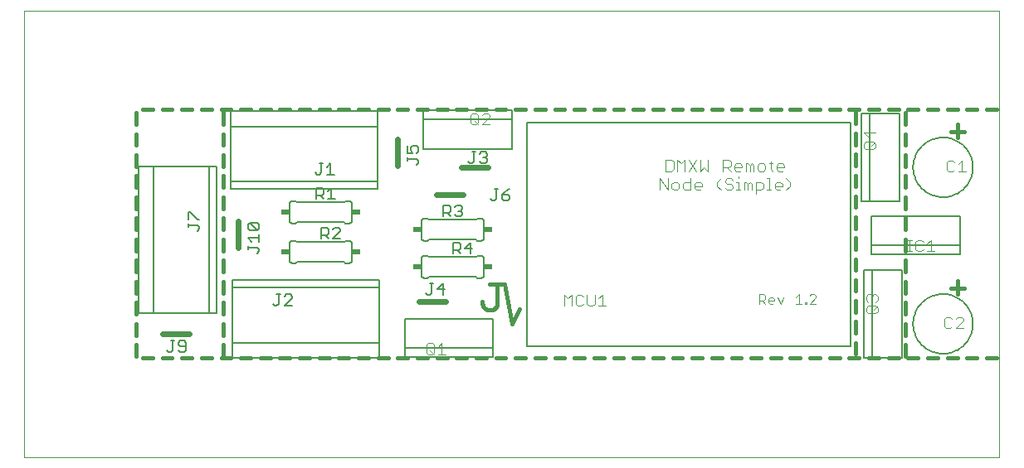
<source format=gto>
G75*
%MOIN*%
%OFA0B0*%
%FSLAX24Y24*%
%IPPOS*%
%LPD*%
%AMOC8*
5,1,8,0,0,1.08239X$1,22.5*
%
%ADD10C,0.0000*%
%ADD11C,0.0160*%
%ADD12C,0.0040*%
%ADD13C,0.0030*%
%ADD14C,0.0050*%
%ADD15C,0.0080*%
%ADD16C,0.0060*%
%ADD17R,0.0340X0.0240*%
%ADD18C,0.0240*%
D10*
X000126Y007443D02*
X000126Y025389D01*
X039296Y025389D01*
X039296Y007443D01*
X000126Y007443D01*
D11*
X004876Y011443D02*
X005270Y011443D01*
X005664Y011443D02*
X006059Y011443D01*
X006453Y011443D02*
X006847Y011443D01*
X007241Y011443D02*
X007636Y011443D01*
X008030Y011443D02*
X008424Y011443D01*
X008126Y011493D02*
X008126Y011949D01*
X008126Y012343D02*
X008126Y012799D01*
X008126Y013192D02*
X008126Y013648D01*
X008126Y014042D02*
X008126Y014498D01*
X008126Y014891D02*
X008126Y015347D01*
X008126Y015741D02*
X008126Y016196D01*
X008126Y016590D02*
X008126Y017046D01*
X008126Y017440D02*
X008126Y017895D01*
X008126Y018289D02*
X008126Y018745D01*
X008126Y019139D02*
X008126Y019594D01*
X008126Y019988D02*
X008126Y020444D01*
X008126Y020838D02*
X008126Y021293D01*
X008030Y021443D02*
X008424Y021443D01*
X008818Y021443D02*
X009213Y021443D01*
X009607Y021443D02*
X010001Y021443D01*
X010395Y021443D02*
X010790Y021443D01*
X011184Y021443D02*
X011578Y021443D01*
X011972Y021443D02*
X012367Y021443D01*
X012761Y021443D02*
X013155Y021443D01*
X013549Y021443D02*
X013944Y021443D01*
X014338Y021443D02*
X014732Y021443D01*
X015126Y021443D02*
X015521Y021443D01*
X015914Y021443D02*
X016309Y021443D01*
X016703Y021443D02*
X017098Y021443D01*
X017491Y021443D02*
X017886Y021443D01*
X018280Y021443D02*
X018675Y021443D01*
X019068Y021443D02*
X019463Y021443D01*
X019857Y021443D02*
X020252Y021443D01*
X020645Y021443D02*
X021040Y021443D01*
X021434Y021443D02*
X021829Y021443D01*
X022222Y021443D02*
X022617Y021443D01*
X023011Y021443D02*
X023406Y021443D01*
X023799Y021443D02*
X024194Y021443D01*
X024588Y021443D02*
X024983Y021443D01*
X025376Y021443D02*
X025771Y021443D01*
X026165Y021443D02*
X026560Y021443D01*
X026953Y021443D02*
X027348Y021443D01*
X027742Y021443D02*
X028137Y021443D01*
X028530Y021443D02*
X028925Y021443D01*
X029319Y021443D02*
X029714Y021443D01*
X030107Y021443D02*
X030502Y021443D01*
X030896Y021443D02*
X031291Y021443D01*
X031684Y021443D02*
X032079Y021443D01*
X032473Y021443D02*
X032868Y021443D01*
X033261Y021443D02*
X033656Y021443D01*
X033526Y021293D02*
X033526Y020846D01*
X033526Y020452D02*
X033526Y020005D01*
X033526Y019611D02*
X033526Y019164D01*
X033526Y018770D02*
X033526Y018322D01*
X033526Y017929D02*
X033526Y017481D01*
X033526Y017088D02*
X033526Y016640D01*
X033526Y016246D02*
X033526Y015799D01*
X033526Y015405D02*
X033526Y014958D01*
X033526Y014564D02*
X033526Y014117D01*
X033526Y013723D02*
X033526Y013276D01*
X033526Y012882D02*
X033526Y012434D01*
X033526Y012041D02*
X033526Y011593D01*
X033656Y011443D02*
X033261Y011443D01*
X032868Y011443D02*
X032473Y011443D01*
X032079Y011443D02*
X031684Y011443D01*
X031291Y011443D02*
X030896Y011443D01*
X030502Y011443D02*
X030107Y011443D01*
X029714Y011443D02*
X029319Y011443D01*
X028925Y011443D02*
X028530Y011443D01*
X028137Y011443D02*
X027742Y011443D01*
X027348Y011443D02*
X026953Y011443D01*
X026560Y011443D02*
X026165Y011443D01*
X025771Y011443D02*
X025376Y011443D01*
X024983Y011443D02*
X024588Y011443D01*
X024194Y011443D02*
X023799Y011443D01*
X023406Y011443D02*
X023011Y011443D01*
X022617Y011443D02*
X022222Y011443D01*
X021829Y011443D02*
X021434Y011443D01*
X021040Y011443D02*
X020645Y011443D01*
X020252Y011443D02*
X019857Y011443D01*
X019463Y011443D02*
X019068Y011443D01*
X018675Y011443D02*
X018280Y011443D01*
X017886Y011443D02*
X017491Y011443D01*
X017098Y011443D02*
X016703Y011443D01*
X016309Y011443D02*
X015914Y011443D01*
X015521Y011443D02*
X015126Y011443D01*
X014732Y011443D02*
X014338Y011443D01*
X013944Y011443D02*
X013549Y011443D01*
X013155Y011443D02*
X012761Y011443D01*
X012367Y011443D02*
X011972Y011443D01*
X011578Y011443D02*
X011184Y011443D01*
X010790Y011443D02*
X010395Y011443D01*
X010001Y011443D02*
X009607Y011443D01*
X009213Y011443D02*
X008818Y011443D01*
X004626Y011493D02*
X004626Y011949D01*
X004626Y012343D02*
X004626Y012799D01*
X004626Y013192D02*
X004626Y013648D01*
X004626Y014042D02*
X004626Y014498D01*
X004626Y014891D02*
X004626Y015347D01*
X004626Y015741D02*
X004626Y016196D01*
X004626Y016590D02*
X004626Y017046D01*
X004626Y017440D02*
X004626Y017895D01*
X004626Y018289D02*
X004626Y018745D01*
X004626Y019139D02*
X004626Y019594D01*
X004626Y019988D02*
X004626Y020444D01*
X004626Y020838D02*
X004626Y021293D01*
X004876Y021443D02*
X005270Y021443D01*
X005664Y021443D02*
X006059Y021443D01*
X006453Y021443D02*
X006847Y021443D01*
X007241Y021443D02*
X007636Y021443D01*
X018826Y014393D02*
X019426Y014393D01*
X019726Y012793D01*
X020026Y013393D01*
X019126Y013693D02*
X019126Y014293D01*
X019126Y013693D02*
X019129Y013660D01*
X019128Y013626D01*
X019124Y013593D01*
X019116Y013560D01*
X019104Y013528D01*
X019089Y013498D01*
X019071Y013470D01*
X019050Y013444D01*
X019026Y013420D01*
X019000Y013400D01*
X018971Y013382D01*
X018941Y013368D01*
X018909Y013357D01*
X018876Y013349D01*
X018843Y013345D01*
X018809Y013345D01*
X018776Y013349D01*
X018743Y013357D01*
X018711Y013368D01*
X018681Y013382D01*
X018652Y013400D01*
X018626Y013420D01*
X018602Y013444D01*
X018581Y013470D01*
X018563Y013498D01*
X018548Y013528D01*
X018536Y013560D01*
X018528Y013593D01*
X018524Y013626D01*
X018523Y013660D01*
X018526Y013693D01*
X034050Y011443D02*
X034445Y011443D01*
X034838Y011443D02*
X035233Y011443D01*
X035526Y011493D02*
X035526Y011949D01*
X035526Y012343D02*
X035526Y012799D01*
X035526Y013192D02*
X035526Y013648D01*
X035526Y014042D02*
X035526Y014498D01*
X035526Y014891D02*
X035526Y015347D01*
X035526Y015741D02*
X035526Y016196D01*
X035526Y016590D02*
X035526Y017046D01*
X035526Y017440D02*
X035526Y017895D01*
X035526Y018289D02*
X035526Y018745D01*
X035526Y019139D02*
X035526Y019594D01*
X035526Y019988D02*
X035526Y020444D01*
X035526Y020838D02*
X035526Y021293D01*
X035627Y021443D02*
X036022Y021443D01*
X036415Y021443D02*
X036810Y021443D01*
X037204Y021443D02*
X037599Y021443D01*
X037992Y021443D02*
X038387Y021443D01*
X038781Y021443D02*
X039176Y021443D01*
X037626Y020811D02*
X037626Y020296D01*
X037873Y020543D02*
X037358Y020543D01*
X035233Y021443D02*
X034838Y021443D01*
X034445Y021443D02*
X034050Y021443D01*
X037626Y014511D02*
X037626Y013996D01*
X037873Y014243D02*
X037358Y014243D01*
X037204Y011443D02*
X037599Y011443D01*
X037992Y011443D02*
X038387Y011443D01*
X038781Y011443D02*
X039176Y011443D01*
X036810Y011443D02*
X036415Y011443D01*
X036022Y011443D02*
X035627Y011443D01*
D12*
X037075Y012690D02*
X037152Y012613D01*
X037305Y012613D01*
X037382Y012690D01*
X037535Y012613D02*
X037842Y012920D01*
X037842Y012997D01*
X037765Y013074D01*
X037612Y013074D01*
X037535Y012997D01*
X037382Y012997D02*
X037305Y013074D01*
X037152Y013074D01*
X037075Y012997D01*
X037075Y012690D01*
X037535Y012613D02*
X037842Y012613D01*
X034406Y013290D02*
X034329Y013213D01*
X034022Y013213D01*
X033945Y013290D01*
X033945Y013444D01*
X034022Y013520D01*
X034329Y013520D01*
X034406Y013444D01*
X034406Y013290D01*
X034252Y013367D02*
X034406Y013520D01*
X034329Y013674D02*
X034406Y013750D01*
X034406Y013904D01*
X034329Y013981D01*
X034252Y013981D01*
X034175Y013904D01*
X034175Y013827D01*
X034175Y013904D02*
X034099Y013981D01*
X034022Y013981D01*
X033945Y013904D01*
X033945Y013750D01*
X034022Y013674D01*
X035618Y015713D02*
X035771Y015713D01*
X035695Y015713D02*
X035695Y016174D01*
X035771Y016174D02*
X035618Y016174D01*
X035925Y016097D02*
X035925Y015790D01*
X036002Y015713D01*
X036155Y015713D01*
X036232Y015790D01*
X036385Y015713D02*
X036692Y015713D01*
X036539Y015713D02*
X036539Y016174D01*
X036385Y016020D01*
X036232Y016097D02*
X036155Y016174D01*
X036002Y016174D01*
X035925Y016097D01*
X037252Y018913D02*
X037405Y018913D01*
X037482Y018990D01*
X037635Y018913D02*
X037942Y018913D01*
X037789Y018913D02*
X037789Y019374D01*
X037635Y019220D01*
X037482Y019297D02*
X037405Y019374D01*
X037252Y019374D01*
X037175Y019297D01*
X037175Y018990D01*
X037252Y018913D01*
X034306Y019890D02*
X034229Y019813D01*
X033922Y019813D01*
X033845Y019890D01*
X033845Y020044D01*
X033922Y020120D01*
X034229Y020120D01*
X034306Y020044D01*
X034306Y019890D01*
X034152Y019967D02*
X034306Y020120D01*
X034075Y020274D02*
X034075Y020581D01*
X033845Y020504D02*
X034306Y020504D01*
X034075Y020274D02*
X033845Y020504D01*
X030648Y019169D02*
X030648Y019092D01*
X030341Y019092D01*
X030341Y019015D02*
X030341Y019169D01*
X030417Y019245D01*
X030571Y019245D01*
X030648Y019169D01*
X030571Y018938D02*
X030417Y018938D01*
X030341Y019015D01*
X030187Y018938D02*
X030110Y019015D01*
X030110Y019322D01*
X030034Y019245D02*
X030187Y019245D01*
X029880Y019169D02*
X029880Y019015D01*
X029803Y018938D01*
X029650Y018938D01*
X029573Y019015D01*
X029573Y019169D01*
X029650Y019245D01*
X029803Y019245D01*
X029880Y019169D01*
X029420Y019169D02*
X029420Y018938D01*
X029266Y018938D02*
X029266Y019169D01*
X029343Y019245D01*
X029420Y019169D01*
X029266Y019169D02*
X029190Y019245D01*
X029113Y019245D01*
X029113Y018938D01*
X028959Y019092D02*
X028653Y019092D01*
X028653Y019015D02*
X028653Y019169D01*
X028729Y019245D01*
X028883Y019245D01*
X028959Y019169D01*
X028959Y019092D01*
X028883Y018938D02*
X028729Y018938D01*
X028653Y019015D01*
X028499Y018938D02*
X028346Y019092D01*
X028422Y019092D02*
X028192Y019092D01*
X028192Y018938D02*
X028192Y019399D01*
X028422Y019399D01*
X028499Y019322D01*
X028499Y019169D01*
X028422Y019092D01*
X028346Y018649D02*
X028269Y018572D01*
X028269Y018495D01*
X028346Y018419D01*
X028499Y018419D01*
X028576Y018342D01*
X028576Y018265D01*
X028499Y018188D01*
X028346Y018188D01*
X028269Y018265D01*
X028115Y018188D02*
X027962Y018342D01*
X027962Y018495D01*
X028115Y018649D01*
X028346Y018649D02*
X028499Y018649D01*
X028576Y018572D01*
X028729Y018495D02*
X028806Y018495D01*
X028806Y018188D01*
X028729Y018188D02*
X028883Y018188D01*
X029036Y018188D02*
X029036Y018495D01*
X029113Y018495D01*
X029190Y018419D01*
X029266Y018495D01*
X029343Y018419D01*
X029343Y018188D01*
X029190Y018188D02*
X029190Y018419D01*
X029497Y018495D02*
X029727Y018495D01*
X029803Y018419D01*
X029803Y018265D01*
X029727Y018188D01*
X029497Y018188D01*
X029497Y018035D02*
X029497Y018495D01*
X029957Y018649D02*
X030034Y018649D01*
X030034Y018188D01*
X030110Y018188D02*
X029957Y018188D01*
X030264Y018265D02*
X030264Y018419D01*
X030341Y018495D01*
X030494Y018495D01*
X030571Y018419D01*
X030571Y018342D01*
X030264Y018342D01*
X030264Y018265D02*
X030341Y018188D01*
X030494Y018188D01*
X030724Y018188D02*
X030878Y018342D01*
X030878Y018495D01*
X030724Y018649D01*
X028806Y018649D02*
X028806Y018725D01*
X027578Y018938D02*
X027578Y019399D01*
X027271Y019399D02*
X027271Y018938D01*
X027425Y019092D01*
X027578Y018938D01*
X027118Y018938D02*
X026811Y019399D01*
X026657Y019399D02*
X026504Y019245D01*
X026351Y019399D01*
X026351Y018938D01*
X026197Y019015D02*
X026197Y019322D01*
X026120Y019399D01*
X025890Y019399D01*
X025890Y018938D01*
X026120Y018938D01*
X026197Y019015D01*
X025967Y018649D02*
X025967Y018188D01*
X025660Y018649D01*
X025660Y018188D01*
X026120Y018265D02*
X026120Y018419D01*
X026197Y018495D01*
X026351Y018495D01*
X026427Y018419D01*
X026427Y018265D01*
X026351Y018188D01*
X026197Y018188D01*
X026120Y018265D01*
X026581Y018265D02*
X026581Y018419D01*
X026657Y018495D01*
X026888Y018495D01*
X026888Y018649D02*
X026888Y018188D01*
X026657Y018188D01*
X026581Y018265D01*
X027041Y018265D02*
X027041Y018419D01*
X027118Y018495D01*
X027271Y018495D01*
X027348Y018419D01*
X027348Y018342D01*
X027041Y018342D01*
X027041Y018265D02*
X027118Y018188D01*
X027271Y018188D01*
X026811Y018938D02*
X027118Y019399D01*
X026657Y019399D02*
X026657Y018938D01*
X018813Y020813D02*
X018506Y020813D01*
X018813Y021120D01*
X018813Y021197D01*
X018736Y021274D01*
X018583Y021274D01*
X018506Y021197D01*
X018353Y021197D02*
X018353Y020890D01*
X018276Y020813D01*
X018122Y020813D01*
X018046Y020890D01*
X018046Y021197D01*
X018122Y021274D01*
X018276Y021274D01*
X018353Y021197D01*
X018199Y020967D02*
X018353Y020813D01*
X021804Y013974D02*
X021957Y013820D01*
X022111Y013974D01*
X022111Y013513D01*
X022264Y013590D02*
X022341Y013513D01*
X022495Y013513D01*
X022571Y013590D01*
X022725Y013590D02*
X022802Y013513D01*
X022955Y013513D01*
X023032Y013590D01*
X023032Y013974D01*
X023185Y013820D02*
X023339Y013974D01*
X023339Y013513D01*
X023492Y013513D02*
X023185Y013513D01*
X022725Y013590D02*
X022725Y013974D01*
X022571Y013897D02*
X022495Y013974D01*
X022341Y013974D01*
X022264Y013897D01*
X022264Y013590D01*
X021804Y013513D02*
X021804Y013974D01*
X016889Y012024D02*
X016889Y011563D01*
X017042Y011563D02*
X016735Y011563D01*
X016582Y011563D02*
X016428Y011717D01*
X016275Y011640D02*
X016275Y011947D01*
X016352Y012024D01*
X016505Y012024D01*
X016582Y011947D01*
X016582Y011640D01*
X016505Y011563D01*
X016352Y011563D01*
X016275Y011640D01*
X016735Y011870D02*
X016889Y012024D01*
D13*
X029641Y013608D02*
X029641Y013979D01*
X029826Y013979D01*
X029887Y013917D01*
X029887Y013793D01*
X029826Y013732D01*
X029641Y013732D01*
X029764Y013732D02*
X029887Y013608D01*
X030009Y013670D02*
X030009Y013793D01*
X030071Y013855D01*
X030194Y013855D01*
X030256Y013793D01*
X030256Y013732D01*
X030009Y013732D01*
X030009Y013670D02*
X030071Y013608D01*
X030194Y013608D01*
X030501Y013608D02*
X030624Y013855D01*
X030377Y013855D02*
X030501Y013608D01*
X031114Y013608D02*
X031361Y013608D01*
X031482Y013608D02*
X031544Y013608D01*
X031544Y013670D01*
X031482Y013670D01*
X031482Y013608D01*
X031666Y013608D02*
X031913Y013855D01*
X031913Y013917D01*
X031851Y013979D01*
X031728Y013979D01*
X031666Y013917D01*
X031666Y013608D02*
X031913Y013608D01*
X031237Y013608D02*
X031237Y013979D01*
X031114Y013855D01*
D14*
X033841Y014965D02*
X034196Y014965D01*
X034196Y011422D01*
X033841Y011422D01*
X033841Y014965D01*
X034196Y014965D02*
X035377Y014965D01*
X035377Y011422D01*
X034196Y011422D01*
X033326Y011893D02*
X020326Y011893D01*
X020326Y020893D01*
X033326Y020893D01*
X033326Y011893D01*
X034154Y015609D02*
X034154Y015963D01*
X037697Y015963D01*
X037697Y015609D01*
X034154Y015609D01*
X034154Y015963D02*
X034154Y017144D01*
X037697Y017144D01*
X037697Y015963D01*
X035277Y017722D02*
X034096Y017722D01*
X034096Y021265D01*
X035277Y021265D01*
X035277Y017722D01*
X034096Y017722D02*
X033741Y017722D01*
X033741Y021265D01*
X034096Y021265D01*
X019697Y021378D02*
X019697Y021023D01*
X016154Y021023D01*
X016154Y021378D01*
X019697Y021378D01*
X019697Y021023D02*
X019697Y019842D01*
X016154Y019842D01*
X016154Y021023D01*
X015876Y019958D02*
X015951Y019883D01*
X015951Y019733D01*
X015876Y019658D01*
X015725Y019658D02*
X015650Y019808D01*
X015650Y019883D01*
X015725Y019958D01*
X015876Y019958D01*
X015725Y019658D02*
X015500Y019658D01*
X015500Y019958D01*
X015500Y019498D02*
X015500Y019348D01*
X015500Y019423D02*
X015876Y019423D01*
X015951Y019348D01*
X015951Y019273D01*
X015876Y019198D01*
X014326Y020543D02*
X014326Y020743D01*
X008426Y020743D01*
X005526Y019143D02*
X005326Y019143D01*
X005326Y013243D01*
X006001Y012119D02*
X006151Y012119D01*
X006076Y012119D02*
X006076Y011743D01*
X006001Y011668D01*
X005926Y011668D01*
X005851Y011743D01*
X006311Y011743D02*
X006386Y011668D01*
X006536Y011668D01*
X006611Y011743D01*
X006611Y012044D01*
X006536Y012119D01*
X006386Y012119D01*
X006311Y012044D01*
X006311Y011969D01*
X006386Y011893D01*
X006611Y011893D01*
X008476Y012043D02*
X008476Y012243D01*
X008476Y012043D02*
X014376Y012043D01*
X015404Y011813D02*
X018947Y011813D01*
X018947Y011459D01*
X015404Y011459D01*
X015404Y011813D01*
X015404Y012994D01*
X018947Y012994D01*
X018947Y011813D01*
X016936Y013968D02*
X016936Y014419D01*
X016711Y014193D01*
X017011Y014193D01*
X016551Y014419D02*
X016401Y014419D01*
X016476Y014419D02*
X016476Y014043D01*
X016401Y013968D01*
X016326Y013968D01*
X016251Y014043D01*
X017351Y015618D02*
X017351Y016069D01*
X017576Y016069D01*
X017651Y015994D01*
X017651Y015843D01*
X017576Y015768D01*
X017351Y015768D01*
X017501Y015768D02*
X017651Y015618D01*
X017811Y015843D02*
X018111Y015843D01*
X018036Y015618D02*
X018036Y016069D01*
X017811Y015843D01*
X017636Y017118D02*
X017486Y017118D01*
X017411Y017193D01*
X017251Y017118D02*
X017101Y017268D01*
X017176Y017268D02*
X016951Y017268D01*
X016951Y017118D02*
X016951Y017569D01*
X017176Y017569D01*
X017251Y017494D01*
X017251Y017343D01*
X017176Y017268D01*
X017411Y017494D02*
X017486Y017569D01*
X017636Y017569D01*
X017711Y017494D01*
X017711Y017419D01*
X017636Y017343D01*
X017711Y017268D01*
X017711Y017193D01*
X017636Y017118D01*
X017636Y017343D02*
X017561Y017343D01*
X018851Y017843D02*
X018926Y017768D01*
X019001Y017768D01*
X019076Y017843D01*
X019076Y018219D01*
X019001Y018219D02*
X019151Y018219D01*
X019311Y017993D02*
X019536Y017993D01*
X019611Y017918D01*
X019611Y017843D01*
X019536Y017768D01*
X019386Y017768D01*
X019311Y017843D01*
X019311Y017993D01*
X019461Y018144D01*
X019611Y018219D01*
X018636Y019268D02*
X018486Y019268D01*
X018411Y019343D01*
X018561Y019493D02*
X018636Y019493D01*
X018711Y019418D01*
X018711Y019343D01*
X018636Y019268D01*
X018636Y019493D02*
X018711Y019569D01*
X018711Y019644D01*
X018636Y019719D01*
X018486Y019719D01*
X018411Y019644D01*
X018251Y019719D02*
X018101Y019719D01*
X018176Y019719D02*
X018176Y019343D01*
X018101Y019268D01*
X018026Y019268D01*
X017951Y019343D01*
X012579Y018806D02*
X012279Y018806D01*
X012429Y018806D02*
X012429Y019257D01*
X012279Y019106D01*
X012119Y019257D02*
X011968Y019257D01*
X012044Y019257D02*
X012044Y018881D01*
X011968Y018806D01*
X011893Y018806D01*
X011818Y018881D01*
X011851Y018269D02*
X012076Y018269D01*
X012151Y018194D01*
X012151Y018043D01*
X012076Y017968D01*
X011851Y017968D01*
X011851Y017818D02*
X011851Y018269D01*
X012001Y017968D02*
X012151Y017818D01*
X012311Y017818D02*
X012611Y017818D01*
X012461Y017818D02*
X012461Y018269D01*
X012311Y018119D01*
X012276Y016669D02*
X012051Y016669D01*
X012051Y016218D01*
X012051Y016368D02*
X012276Y016368D01*
X012351Y016443D01*
X012351Y016594D01*
X012276Y016669D01*
X012511Y016594D02*
X012586Y016669D01*
X012736Y016669D01*
X012811Y016594D01*
X012811Y016519D01*
X012511Y016218D01*
X012811Y016218D01*
X012351Y016218D02*
X012201Y016368D01*
X009551Y016398D02*
X009551Y016098D01*
X009551Y016248D02*
X009100Y016248D01*
X009250Y016098D01*
X009100Y015937D02*
X009100Y015787D01*
X009100Y015862D02*
X009476Y015862D01*
X009551Y015787D01*
X009551Y015712D01*
X009476Y015637D01*
X009476Y016558D02*
X009175Y016558D01*
X009100Y016633D01*
X009100Y016783D01*
X009175Y016858D01*
X009476Y016558D01*
X009551Y016633D01*
X009551Y016783D01*
X009476Y016858D01*
X009175Y016858D01*
X007163Y016996D02*
X007088Y016996D01*
X006787Y017297D01*
X006712Y017297D01*
X006712Y016996D01*
X006712Y016836D02*
X006712Y016686D01*
X006712Y016761D02*
X007088Y016761D01*
X007163Y016686D01*
X007163Y016611D01*
X007088Y016536D01*
X010262Y013981D02*
X010412Y013981D01*
X010337Y013981D02*
X010337Y013605D01*
X010262Y013530D01*
X010187Y013530D01*
X010112Y013605D01*
X010572Y013530D02*
X010873Y013831D01*
X010873Y013906D01*
X010798Y013981D01*
X010648Y013981D01*
X010572Y013906D01*
X010572Y013530D02*
X010873Y013530D01*
D15*
X035826Y012793D02*
X035828Y012862D01*
X035834Y012931D01*
X035844Y012999D01*
X035858Y013067D01*
X035875Y013134D01*
X035897Y013200D01*
X035922Y013264D01*
X035951Y013327D01*
X035984Y013388D01*
X036020Y013447D01*
X036059Y013504D01*
X036102Y013558D01*
X036147Y013610D01*
X036196Y013660D01*
X036247Y013706D01*
X036301Y013749D01*
X036358Y013790D01*
X036416Y013826D01*
X036477Y013860D01*
X036539Y013890D01*
X036603Y013916D01*
X036668Y013938D01*
X036735Y013957D01*
X036803Y013972D01*
X036871Y013983D01*
X036940Y013990D01*
X037009Y013993D01*
X037078Y013992D01*
X037147Y013987D01*
X037215Y013978D01*
X037283Y013965D01*
X037350Y013948D01*
X037417Y013928D01*
X037481Y013903D01*
X037544Y013875D01*
X037606Y013844D01*
X037665Y013808D01*
X037723Y013770D01*
X037778Y013728D01*
X037831Y013683D01*
X037881Y013635D01*
X037928Y013585D01*
X037972Y013531D01*
X038013Y013476D01*
X038051Y013418D01*
X038085Y013358D01*
X038116Y013296D01*
X038143Y013232D01*
X038166Y013167D01*
X038186Y013101D01*
X038202Y013033D01*
X038214Y012965D01*
X038222Y012897D01*
X038226Y012828D01*
X038226Y012758D01*
X038222Y012689D01*
X038214Y012621D01*
X038202Y012553D01*
X038186Y012485D01*
X038166Y012419D01*
X038143Y012354D01*
X038116Y012290D01*
X038085Y012228D01*
X038051Y012168D01*
X038013Y012110D01*
X037972Y012055D01*
X037928Y012001D01*
X037881Y011951D01*
X037831Y011903D01*
X037778Y011858D01*
X037723Y011816D01*
X037665Y011778D01*
X037606Y011742D01*
X037544Y011711D01*
X037481Y011683D01*
X037417Y011658D01*
X037350Y011638D01*
X037283Y011621D01*
X037215Y011608D01*
X037147Y011599D01*
X037078Y011594D01*
X037009Y011593D01*
X036940Y011596D01*
X036871Y011603D01*
X036803Y011614D01*
X036735Y011629D01*
X036668Y011648D01*
X036603Y011670D01*
X036539Y011696D01*
X036477Y011726D01*
X036416Y011760D01*
X036358Y011796D01*
X036301Y011837D01*
X036247Y011880D01*
X036196Y011926D01*
X036147Y011976D01*
X036102Y012028D01*
X036059Y012082D01*
X036020Y012139D01*
X035984Y012198D01*
X035951Y012259D01*
X035922Y012322D01*
X035897Y012386D01*
X035875Y012452D01*
X035858Y012519D01*
X035844Y012587D01*
X035834Y012655D01*
X035828Y012724D01*
X035826Y012793D01*
X035826Y019093D02*
X035828Y019162D01*
X035834Y019231D01*
X035844Y019299D01*
X035858Y019367D01*
X035875Y019434D01*
X035897Y019500D01*
X035922Y019564D01*
X035951Y019627D01*
X035984Y019688D01*
X036020Y019747D01*
X036059Y019804D01*
X036102Y019858D01*
X036147Y019910D01*
X036196Y019960D01*
X036247Y020006D01*
X036301Y020049D01*
X036358Y020090D01*
X036416Y020126D01*
X036477Y020160D01*
X036539Y020190D01*
X036603Y020216D01*
X036668Y020238D01*
X036735Y020257D01*
X036803Y020272D01*
X036871Y020283D01*
X036940Y020290D01*
X037009Y020293D01*
X037078Y020292D01*
X037147Y020287D01*
X037215Y020278D01*
X037283Y020265D01*
X037350Y020248D01*
X037417Y020228D01*
X037481Y020203D01*
X037544Y020175D01*
X037606Y020144D01*
X037665Y020108D01*
X037723Y020070D01*
X037778Y020028D01*
X037831Y019983D01*
X037881Y019935D01*
X037928Y019885D01*
X037972Y019831D01*
X038013Y019776D01*
X038051Y019718D01*
X038085Y019658D01*
X038116Y019596D01*
X038143Y019532D01*
X038166Y019467D01*
X038186Y019401D01*
X038202Y019333D01*
X038214Y019265D01*
X038222Y019197D01*
X038226Y019128D01*
X038226Y019058D01*
X038222Y018989D01*
X038214Y018921D01*
X038202Y018853D01*
X038186Y018785D01*
X038166Y018719D01*
X038143Y018654D01*
X038116Y018590D01*
X038085Y018528D01*
X038051Y018468D01*
X038013Y018410D01*
X037972Y018355D01*
X037928Y018301D01*
X037881Y018251D01*
X037831Y018203D01*
X037778Y018158D01*
X037723Y018116D01*
X037665Y018078D01*
X037606Y018042D01*
X037544Y018011D01*
X037481Y017983D01*
X037417Y017958D01*
X037350Y017938D01*
X037283Y017921D01*
X037215Y017908D01*
X037147Y017899D01*
X037078Y017894D01*
X037009Y017893D01*
X036940Y017896D01*
X036871Y017903D01*
X036803Y017914D01*
X036735Y017929D01*
X036668Y017948D01*
X036603Y017970D01*
X036539Y017996D01*
X036477Y018026D01*
X036416Y018060D01*
X036358Y018096D01*
X036301Y018137D01*
X036247Y018180D01*
X036196Y018226D01*
X036147Y018276D01*
X036102Y018328D01*
X036059Y018382D01*
X036020Y018439D01*
X035984Y018498D01*
X035951Y018559D01*
X035922Y018622D01*
X035897Y018686D01*
X035875Y018752D01*
X035858Y018819D01*
X035844Y018887D01*
X035834Y018955D01*
X035828Y019024D01*
X035826Y019093D01*
D16*
X018576Y016943D02*
X018576Y016243D01*
X018574Y016226D01*
X018570Y016209D01*
X018563Y016193D01*
X018553Y016179D01*
X018540Y016166D01*
X018526Y016156D01*
X018510Y016149D01*
X018493Y016145D01*
X018476Y016143D01*
X018326Y016143D01*
X018276Y016193D01*
X016376Y016193D01*
X016326Y016143D01*
X016176Y016143D01*
X016159Y016145D01*
X016142Y016149D01*
X016126Y016156D01*
X016112Y016166D01*
X016099Y016179D01*
X016089Y016193D01*
X016082Y016209D01*
X016078Y016226D01*
X016076Y016243D01*
X016076Y016943D01*
X016078Y016960D01*
X016082Y016977D01*
X016089Y016993D01*
X016099Y017007D01*
X016112Y017020D01*
X016126Y017030D01*
X016142Y017037D01*
X016159Y017041D01*
X016176Y017043D01*
X016326Y017043D01*
X016376Y016993D01*
X018276Y016993D01*
X018326Y017043D01*
X018476Y017043D01*
X018493Y017041D01*
X018510Y017037D01*
X018526Y017030D01*
X018540Y017020D01*
X018553Y017007D01*
X018563Y016993D01*
X018570Y016977D01*
X018574Y016960D01*
X018576Y016943D01*
X018476Y015543D02*
X018326Y015543D01*
X018276Y015493D01*
X016376Y015493D01*
X016326Y015543D01*
X016176Y015543D01*
X016159Y015541D01*
X016142Y015537D01*
X016126Y015530D01*
X016112Y015520D01*
X016099Y015507D01*
X016089Y015493D01*
X016082Y015477D01*
X016078Y015460D01*
X016076Y015443D01*
X016076Y014743D01*
X016078Y014726D01*
X016082Y014709D01*
X016089Y014693D01*
X016099Y014679D01*
X016112Y014666D01*
X016126Y014656D01*
X016142Y014649D01*
X016159Y014645D01*
X016176Y014643D01*
X016326Y014643D01*
X016376Y014693D01*
X018276Y014693D01*
X018326Y014643D01*
X018476Y014643D01*
X018493Y014645D01*
X018510Y014649D01*
X018526Y014656D01*
X018540Y014666D01*
X018553Y014679D01*
X018563Y014693D01*
X018570Y014709D01*
X018574Y014726D01*
X018576Y014743D01*
X018576Y015443D01*
X018574Y015460D01*
X018570Y015477D01*
X018563Y015493D01*
X018553Y015507D01*
X018540Y015520D01*
X018526Y015530D01*
X018510Y015537D01*
X018493Y015541D01*
X018476Y015543D01*
X014377Y014576D02*
X014377Y014256D01*
X014377Y011435D01*
X008477Y011435D01*
X008477Y014256D01*
X008477Y014576D01*
X014377Y014576D01*
X014377Y014256D02*
X008477Y014256D01*
X007858Y013242D02*
X007538Y013242D01*
X004718Y013242D01*
X004718Y019142D01*
X007538Y019142D01*
X007858Y019142D01*
X007858Y013242D01*
X007538Y013242D02*
X007538Y019142D01*
X008424Y018531D02*
X008424Y021351D01*
X014324Y021351D01*
X014324Y018531D01*
X014324Y018211D01*
X008424Y018211D01*
X008424Y018531D01*
X014324Y018531D01*
X013276Y017643D02*
X013276Y016943D01*
X013274Y016926D01*
X013270Y016909D01*
X013263Y016893D01*
X013253Y016879D01*
X013240Y016866D01*
X013226Y016856D01*
X013210Y016849D01*
X013193Y016845D01*
X013176Y016843D01*
X013026Y016843D01*
X012976Y016893D01*
X011076Y016893D01*
X011026Y016843D01*
X010876Y016843D01*
X010859Y016845D01*
X010842Y016849D01*
X010826Y016856D01*
X010812Y016866D01*
X010799Y016879D01*
X010789Y016893D01*
X010782Y016909D01*
X010778Y016926D01*
X010776Y016943D01*
X010776Y017643D01*
X010778Y017660D01*
X010782Y017677D01*
X010789Y017693D01*
X010799Y017707D01*
X010812Y017720D01*
X010826Y017730D01*
X010842Y017737D01*
X010859Y017741D01*
X010876Y017743D01*
X011026Y017743D01*
X011076Y017693D01*
X012976Y017693D01*
X013026Y017743D01*
X013176Y017743D01*
X013193Y017741D01*
X013210Y017737D01*
X013226Y017730D01*
X013240Y017720D01*
X013253Y017707D01*
X013263Y017693D01*
X013270Y017677D01*
X013274Y017660D01*
X013276Y017643D01*
X013176Y016143D02*
X013026Y016143D01*
X012976Y016093D01*
X011076Y016093D01*
X011026Y016143D01*
X010876Y016143D01*
X010859Y016141D01*
X010842Y016137D01*
X010826Y016130D01*
X010812Y016120D01*
X010799Y016107D01*
X010789Y016093D01*
X010782Y016077D01*
X010778Y016060D01*
X010776Y016043D01*
X010776Y015343D01*
X010778Y015326D01*
X010782Y015309D01*
X010789Y015293D01*
X010799Y015279D01*
X010812Y015266D01*
X010826Y015256D01*
X010842Y015249D01*
X010859Y015245D01*
X010876Y015243D01*
X011026Y015243D01*
X011076Y015293D01*
X012976Y015293D01*
X013026Y015243D01*
X013176Y015243D01*
X013193Y015245D01*
X013210Y015249D01*
X013226Y015256D01*
X013240Y015266D01*
X013253Y015279D01*
X013263Y015293D01*
X013270Y015309D01*
X013274Y015326D01*
X013276Y015343D01*
X013276Y016043D01*
X013274Y016060D01*
X013270Y016077D01*
X013263Y016093D01*
X013253Y016107D01*
X013240Y016120D01*
X013226Y016130D01*
X013210Y016137D01*
X013193Y016141D01*
X013176Y016143D01*
D17*
X013446Y015693D03*
X015906Y015093D03*
X015906Y016593D03*
X013446Y017293D03*
X010606Y017293D03*
X010606Y015693D03*
X018746Y015093D03*
X018746Y016593D03*
D18*
X017756Y017993D02*
X016696Y017993D01*
X017696Y019093D02*
X018756Y019093D01*
X015126Y019163D02*
X015126Y020223D01*
X008726Y016923D02*
X008726Y015863D01*
X006756Y012393D02*
X005696Y012393D01*
X015996Y013693D02*
X017056Y013693D01*
M02*

</source>
